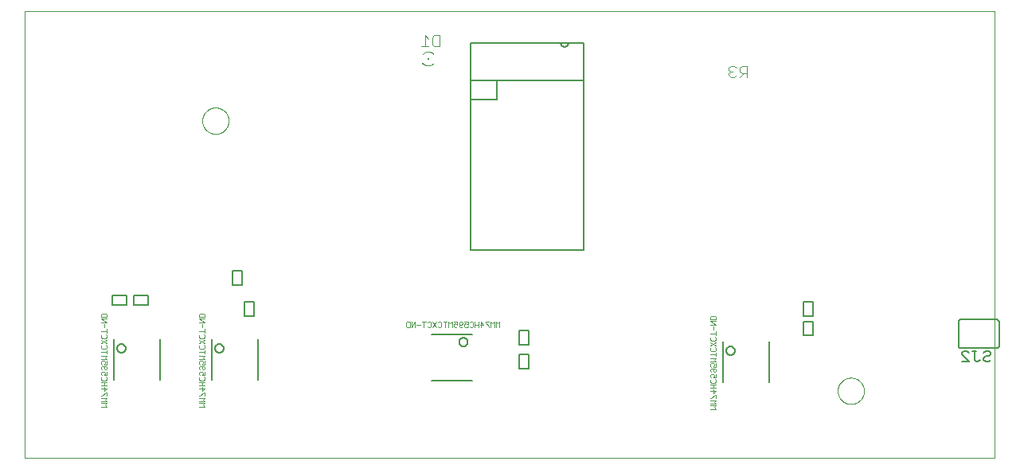
<source format=gbo>
G75*
%MOIN*%
%OFA0B0*%
%FSLAX25Y25*%
%IPPOS*%
%LPD*%
%AMOC8*
5,1,8,0,0,1.08239X$1,22.5*
%
%ADD10C,0.00000*%
%ADD11C,0.00400*%
%ADD12R,0.00787X0.00787*%
%ADD13R,0.00591X0.00984*%
%ADD14C,0.00600*%
%ADD15C,0.00200*%
%ADD16C,0.00500*%
D10*
X0001800Y0001100D02*
X0001800Y0188061D01*
X0407901Y0188061D01*
X0407961Y0188101D02*
X0408039Y0001000D01*
X0408001Y0001000D02*
X0001800Y0001100D01*
X0076288Y0142100D02*
X0076290Y0142248D01*
X0076296Y0142396D01*
X0076306Y0142544D01*
X0076320Y0142691D01*
X0076338Y0142838D01*
X0076359Y0142984D01*
X0076385Y0143130D01*
X0076415Y0143275D01*
X0076448Y0143419D01*
X0076486Y0143562D01*
X0076527Y0143704D01*
X0076572Y0143845D01*
X0076620Y0143985D01*
X0076673Y0144124D01*
X0076729Y0144261D01*
X0076789Y0144396D01*
X0076852Y0144530D01*
X0076919Y0144662D01*
X0076990Y0144792D01*
X0077064Y0144920D01*
X0077141Y0145046D01*
X0077222Y0145170D01*
X0077306Y0145292D01*
X0077393Y0145411D01*
X0077484Y0145528D01*
X0077578Y0145643D01*
X0077674Y0145755D01*
X0077774Y0145865D01*
X0077876Y0145971D01*
X0077982Y0146075D01*
X0078090Y0146176D01*
X0078201Y0146274D01*
X0078314Y0146370D01*
X0078430Y0146462D01*
X0078548Y0146551D01*
X0078669Y0146636D01*
X0078792Y0146719D01*
X0078917Y0146798D01*
X0079044Y0146874D01*
X0079173Y0146946D01*
X0079304Y0147015D01*
X0079437Y0147080D01*
X0079572Y0147141D01*
X0079708Y0147199D01*
X0079845Y0147254D01*
X0079984Y0147304D01*
X0080125Y0147351D01*
X0080266Y0147394D01*
X0080409Y0147434D01*
X0080553Y0147469D01*
X0080697Y0147501D01*
X0080843Y0147528D01*
X0080989Y0147552D01*
X0081136Y0147572D01*
X0081283Y0147588D01*
X0081430Y0147600D01*
X0081578Y0147608D01*
X0081726Y0147612D01*
X0081874Y0147612D01*
X0082022Y0147608D01*
X0082170Y0147600D01*
X0082317Y0147588D01*
X0082464Y0147572D01*
X0082611Y0147552D01*
X0082757Y0147528D01*
X0082903Y0147501D01*
X0083047Y0147469D01*
X0083191Y0147434D01*
X0083334Y0147394D01*
X0083475Y0147351D01*
X0083616Y0147304D01*
X0083755Y0147254D01*
X0083892Y0147199D01*
X0084028Y0147141D01*
X0084163Y0147080D01*
X0084296Y0147015D01*
X0084427Y0146946D01*
X0084556Y0146874D01*
X0084683Y0146798D01*
X0084808Y0146719D01*
X0084931Y0146636D01*
X0085052Y0146551D01*
X0085170Y0146462D01*
X0085286Y0146370D01*
X0085399Y0146274D01*
X0085510Y0146176D01*
X0085618Y0146075D01*
X0085724Y0145971D01*
X0085826Y0145865D01*
X0085926Y0145755D01*
X0086022Y0145643D01*
X0086116Y0145528D01*
X0086207Y0145411D01*
X0086294Y0145292D01*
X0086378Y0145170D01*
X0086459Y0145046D01*
X0086536Y0144920D01*
X0086610Y0144792D01*
X0086681Y0144662D01*
X0086748Y0144530D01*
X0086811Y0144396D01*
X0086871Y0144261D01*
X0086927Y0144124D01*
X0086980Y0143985D01*
X0087028Y0143845D01*
X0087073Y0143704D01*
X0087114Y0143562D01*
X0087152Y0143419D01*
X0087185Y0143275D01*
X0087215Y0143130D01*
X0087241Y0142984D01*
X0087262Y0142838D01*
X0087280Y0142691D01*
X0087294Y0142544D01*
X0087304Y0142396D01*
X0087310Y0142248D01*
X0087312Y0142100D01*
X0087310Y0141952D01*
X0087304Y0141804D01*
X0087294Y0141656D01*
X0087280Y0141509D01*
X0087262Y0141362D01*
X0087241Y0141216D01*
X0087215Y0141070D01*
X0087185Y0140925D01*
X0087152Y0140781D01*
X0087114Y0140638D01*
X0087073Y0140496D01*
X0087028Y0140355D01*
X0086980Y0140215D01*
X0086927Y0140076D01*
X0086871Y0139939D01*
X0086811Y0139804D01*
X0086748Y0139670D01*
X0086681Y0139538D01*
X0086610Y0139408D01*
X0086536Y0139280D01*
X0086459Y0139154D01*
X0086378Y0139030D01*
X0086294Y0138908D01*
X0086207Y0138789D01*
X0086116Y0138672D01*
X0086022Y0138557D01*
X0085926Y0138445D01*
X0085826Y0138335D01*
X0085724Y0138229D01*
X0085618Y0138125D01*
X0085510Y0138024D01*
X0085399Y0137926D01*
X0085286Y0137830D01*
X0085170Y0137738D01*
X0085052Y0137649D01*
X0084931Y0137564D01*
X0084808Y0137481D01*
X0084683Y0137402D01*
X0084556Y0137326D01*
X0084427Y0137254D01*
X0084296Y0137185D01*
X0084163Y0137120D01*
X0084028Y0137059D01*
X0083892Y0137001D01*
X0083755Y0136946D01*
X0083616Y0136896D01*
X0083475Y0136849D01*
X0083334Y0136806D01*
X0083191Y0136766D01*
X0083047Y0136731D01*
X0082903Y0136699D01*
X0082757Y0136672D01*
X0082611Y0136648D01*
X0082464Y0136628D01*
X0082317Y0136612D01*
X0082170Y0136600D01*
X0082022Y0136592D01*
X0081874Y0136588D01*
X0081726Y0136588D01*
X0081578Y0136592D01*
X0081430Y0136600D01*
X0081283Y0136612D01*
X0081136Y0136628D01*
X0080989Y0136648D01*
X0080843Y0136672D01*
X0080697Y0136699D01*
X0080553Y0136731D01*
X0080409Y0136766D01*
X0080266Y0136806D01*
X0080125Y0136849D01*
X0079984Y0136896D01*
X0079845Y0136946D01*
X0079708Y0137001D01*
X0079572Y0137059D01*
X0079437Y0137120D01*
X0079304Y0137185D01*
X0079173Y0137254D01*
X0079044Y0137326D01*
X0078917Y0137402D01*
X0078792Y0137481D01*
X0078669Y0137564D01*
X0078548Y0137649D01*
X0078430Y0137738D01*
X0078314Y0137830D01*
X0078201Y0137926D01*
X0078090Y0138024D01*
X0077982Y0138125D01*
X0077876Y0138229D01*
X0077774Y0138335D01*
X0077674Y0138445D01*
X0077578Y0138557D01*
X0077484Y0138672D01*
X0077393Y0138789D01*
X0077306Y0138908D01*
X0077222Y0139030D01*
X0077141Y0139154D01*
X0077064Y0139280D01*
X0076990Y0139408D01*
X0076919Y0139538D01*
X0076852Y0139670D01*
X0076789Y0139804D01*
X0076729Y0139939D01*
X0076673Y0140076D01*
X0076620Y0140215D01*
X0076572Y0140355D01*
X0076527Y0140496D01*
X0076486Y0140638D01*
X0076448Y0140781D01*
X0076415Y0140925D01*
X0076385Y0141070D01*
X0076359Y0141216D01*
X0076338Y0141362D01*
X0076320Y0141509D01*
X0076306Y0141656D01*
X0076296Y0141804D01*
X0076290Y0141952D01*
X0076288Y0142100D01*
X0342288Y0029000D02*
X0342290Y0029148D01*
X0342296Y0029296D01*
X0342306Y0029444D01*
X0342320Y0029591D01*
X0342338Y0029738D01*
X0342359Y0029884D01*
X0342385Y0030030D01*
X0342415Y0030175D01*
X0342448Y0030319D01*
X0342486Y0030462D01*
X0342527Y0030604D01*
X0342572Y0030745D01*
X0342620Y0030885D01*
X0342673Y0031024D01*
X0342729Y0031161D01*
X0342789Y0031296D01*
X0342852Y0031430D01*
X0342919Y0031562D01*
X0342990Y0031692D01*
X0343064Y0031820D01*
X0343141Y0031946D01*
X0343222Y0032070D01*
X0343306Y0032192D01*
X0343393Y0032311D01*
X0343484Y0032428D01*
X0343578Y0032543D01*
X0343674Y0032655D01*
X0343774Y0032765D01*
X0343876Y0032871D01*
X0343982Y0032975D01*
X0344090Y0033076D01*
X0344201Y0033174D01*
X0344314Y0033270D01*
X0344430Y0033362D01*
X0344548Y0033451D01*
X0344669Y0033536D01*
X0344792Y0033619D01*
X0344917Y0033698D01*
X0345044Y0033774D01*
X0345173Y0033846D01*
X0345304Y0033915D01*
X0345437Y0033980D01*
X0345572Y0034041D01*
X0345708Y0034099D01*
X0345845Y0034154D01*
X0345984Y0034204D01*
X0346125Y0034251D01*
X0346266Y0034294D01*
X0346409Y0034334D01*
X0346553Y0034369D01*
X0346697Y0034401D01*
X0346843Y0034428D01*
X0346989Y0034452D01*
X0347136Y0034472D01*
X0347283Y0034488D01*
X0347430Y0034500D01*
X0347578Y0034508D01*
X0347726Y0034512D01*
X0347874Y0034512D01*
X0348022Y0034508D01*
X0348170Y0034500D01*
X0348317Y0034488D01*
X0348464Y0034472D01*
X0348611Y0034452D01*
X0348757Y0034428D01*
X0348903Y0034401D01*
X0349047Y0034369D01*
X0349191Y0034334D01*
X0349334Y0034294D01*
X0349475Y0034251D01*
X0349616Y0034204D01*
X0349755Y0034154D01*
X0349892Y0034099D01*
X0350028Y0034041D01*
X0350163Y0033980D01*
X0350296Y0033915D01*
X0350427Y0033846D01*
X0350556Y0033774D01*
X0350683Y0033698D01*
X0350808Y0033619D01*
X0350931Y0033536D01*
X0351052Y0033451D01*
X0351170Y0033362D01*
X0351286Y0033270D01*
X0351399Y0033174D01*
X0351510Y0033076D01*
X0351618Y0032975D01*
X0351724Y0032871D01*
X0351826Y0032765D01*
X0351926Y0032655D01*
X0352022Y0032543D01*
X0352116Y0032428D01*
X0352207Y0032311D01*
X0352294Y0032192D01*
X0352378Y0032070D01*
X0352459Y0031946D01*
X0352536Y0031820D01*
X0352610Y0031692D01*
X0352681Y0031562D01*
X0352748Y0031430D01*
X0352811Y0031296D01*
X0352871Y0031161D01*
X0352927Y0031024D01*
X0352980Y0030885D01*
X0353028Y0030745D01*
X0353073Y0030604D01*
X0353114Y0030462D01*
X0353152Y0030319D01*
X0353185Y0030175D01*
X0353215Y0030030D01*
X0353241Y0029884D01*
X0353262Y0029738D01*
X0353280Y0029591D01*
X0353294Y0029444D01*
X0353304Y0029296D01*
X0353310Y0029148D01*
X0353312Y0029000D01*
X0353310Y0028852D01*
X0353304Y0028704D01*
X0353294Y0028556D01*
X0353280Y0028409D01*
X0353262Y0028262D01*
X0353241Y0028116D01*
X0353215Y0027970D01*
X0353185Y0027825D01*
X0353152Y0027681D01*
X0353114Y0027538D01*
X0353073Y0027396D01*
X0353028Y0027255D01*
X0352980Y0027115D01*
X0352927Y0026976D01*
X0352871Y0026839D01*
X0352811Y0026704D01*
X0352748Y0026570D01*
X0352681Y0026438D01*
X0352610Y0026308D01*
X0352536Y0026180D01*
X0352459Y0026054D01*
X0352378Y0025930D01*
X0352294Y0025808D01*
X0352207Y0025689D01*
X0352116Y0025572D01*
X0352022Y0025457D01*
X0351926Y0025345D01*
X0351826Y0025235D01*
X0351724Y0025129D01*
X0351618Y0025025D01*
X0351510Y0024924D01*
X0351399Y0024826D01*
X0351286Y0024730D01*
X0351170Y0024638D01*
X0351052Y0024549D01*
X0350931Y0024464D01*
X0350808Y0024381D01*
X0350683Y0024302D01*
X0350556Y0024226D01*
X0350427Y0024154D01*
X0350296Y0024085D01*
X0350163Y0024020D01*
X0350028Y0023959D01*
X0349892Y0023901D01*
X0349755Y0023846D01*
X0349616Y0023796D01*
X0349475Y0023749D01*
X0349334Y0023706D01*
X0349191Y0023666D01*
X0349047Y0023631D01*
X0348903Y0023599D01*
X0348757Y0023572D01*
X0348611Y0023548D01*
X0348464Y0023528D01*
X0348317Y0023512D01*
X0348170Y0023500D01*
X0348022Y0023492D01*
X0347874Y0023488D01*
X0347726Y0023488D01*
X0347578Y0023492D01*
X0347430Y0023500D01*
X0347283Y0023512D01*
X0347136Y0023528D01*
X0346989Y0023548D01*
X0346843Y0023572D01*
X0346697Y0023599D01*
X0346553Y0023631D01*
X0346409Y0023666D01*
X0346266Y0023706D01*
X0346125Y0023749D01*
X0345984Y0023796D01*
X0345845Y0023846D01*
X0345708Y0023901D01*
X0345572Y0023959D01*
X0345437Y0024020D01*
X0345304Y0024085D01*
X0345173Y0024154D01*
X0345044Y0024226D01*
X0344917Y0024302D01*
X0344792Y0024381D01*
X0344669Y0024464D01*
X0344548Y0024549D01*
X0344430Y0024638D01*
X0344314Y0024730D01*
X0344201Y0024826D01*
X0344090Y0024924D01*
X0343982Y0025025D01*
X0343876Y0025129D01*
X0343774Y0025235D01*
X0343674Y0025345D01*
X0343578Y0025457D01*
X0343484Y0025572D01*
X0343393Y0025689D01*
X0343306Y0025808D01*
X0343222Y0025930D01*
X0343141Y0026054D01*
X0343064Y0026180D01*
X0342990Y0026308D01*
X0342919Y0026438D01*
X0342852Y0026570D01*
X0342789Y0026704D01*
X0342729Y0026839D01*
X0342673Y0026976D01*
X0342620Y0027115D01*
X0342572Y0027255D01*
X0342527Y0027396D01*
X0342486Y0027538D01*
X0342448Y0027681D01*
X0342415Y0027825D01*
X0342385Y0027970D01*
X0342359Y0028116D01*
X0342338Y0028262D01*
X0342320Y0028409D01*
X0342306Y0028556D01*
X0342296Y0028704D01*
X0342290Y0028852D01*
X0342288Y0029000D01*
D11*
X0304408Y0160400D02*
X0304408Y0165004D01*
X0302106Y0165004D01*
X0301339Y0164237D01*
X0301339Y0162702D01*
X0302106Y0161935D01*
X0304408Y0161935D01*
X0302873Y0161935D02*
X0301339Y0160400D01*
X0299804Y0161167D02*
X0299037Y0160400D01*
X0297502Y0160400D01*
X0296735Y0161167D01*
X0296735Y0161935D01*
X0297502Y0162702D01*
X0298269Y0162702D01*
X0297502Y0162702D02*
X0296735Y0163469D01*
X0296735Y0164237D01*
X0297502Y0165004D01*
X0299037Y0165004D01*
X0299804Y0164237D01*
X0175600Y0173300D02*
X0173298Y0173300D01*
X0172531Y0174067D01*
X0172531Y0177137D01*
X0173298Y0177904D01*
X0175600Y0177904D01*
X0175600Y0173300D01*
X0170996Y0173300D02*
X0167927Y0173300D01*
X0169461Y0173300D02*
X0169461Y0177904D01*
X0170996Y0176369D01*
X0172965Y0170068D02*
X0172892Y0170145D01*
X0172817Y0170220D01*
X0172739Y0170291D01*
X0172658Y0170360D01*
X0172575Y0170426D01*
X0172490Y0170489D01*
X0172402Y0170548D01*
X0172313Y0170605D01*
X0172221Y0170658D01*
X0172127Y0170708D01*
X0172032Y0170754D01*
X0171935Y0170797D01*
X0171837Y0170836D01*
X0171737Y0170872D01*
X0171636Y0170904D01*
X0171534Y0170932D01*
X0171431Y0170957D01*
X0171327Y0170978D01*
X0171222Y0170995D01*
X0171117Y0171009D01*
X0171012Y0171018D01*
X0170906Y0171024D01*
X0170800Y0171026D01*
X0170694Y0171024D01*
X0170588Y0171018D01*
X0170483Y0171009D01*
X0170378Y0170995D01*
X0170273Y0170978D01*
X0170169Y0170957D01*
X0170066Y0170932D01*
X0169964Y0170904D01*
X0169863Y0170872D01*
X0169763Y0170836D01*
X0169665Y0170797D01*
X0169568Y0170754D01*
X0169473Y0170708D01*
X0169379Y0170658D01*
X0169287Y0170605D01*
X0169198Y0170548D01*
X0169110Y0170489D01*
X0169025Y0170426D01*
X0168942Y0170360D01*
X0168861Y0170291D01*
X0168783Y0170220D01*
X0168708Y0170145D01*
X0168635Y0170068D01*
X0168635Y0166132D02*
X0168708Y0166055D01*
X0168783Y0165980D01*
X0168861Y0165909D01*
X0168942Y0165840D01*
X0169025Y0165774D01*
X0169110Y0165711D01*
X0169198Y0165652D01*
X0169287Y0165595D01*
X0169379Y0165542D01*
X0169473Y0165492D01*
X0169568Y0165446D01*
X0169665Y0165403D01*
X0169763Y0165364D01*
X0169863Y0165328D01*
X0169964Y0165296D01*
X0170066Y0165268D01*
X0170169Y0165243D01*
X0170273Y0165222D01*
X0170378Y0165205D01*
X0170483Y0165191D01*
X0170588Y0165182D01*
X0170694Y0165176D01*
X0170800Y0165174D01*
X0170906Y0165176D01*
X0171012Y0165182D01*
X0171117Y0165191D01*
X0171222Y0165205D01*
X0171327Y0165222D01*
X0171431Y0165243D01*
X0171534Y0165268D01*
X0171636Y0165296D01*
X0171737Y0165328D01*
X0171837Y0165364D01*
X0171935Y0165403D01*
X0172032Y0165446D01*
X0172127Y0165492D01*
X0172221Y0165542D01*
X0172313Y0165595D01*
X0172402Y0165652D01*
X0172490Y0165711D01*
X0172575Y0165774D01*
X0172658Y0165840D01*
X0172739Y0165909D01*
X0172817Y0165980D01*
X0172892Y0166055D01*
X0172965Y0166132D01*
D12*
X0170800Y0168100D03*
D13*
X0168733Y0165836D03*
D14*
X0393800Y0059000D02*
X0408800Y0059000D01*
X0408860Y0058998D01*
X0408921Y0058993D01*
X0408980Y0058984D01*
X0409039Y0058971D01*
X0409098Y0058955D01*
X0409155Y0058935D01*
X0409210Y0058912D01*
X0409265Y0058885D01*
X0409317Y0058856D01*
X0409368Y0058823D01*
X0409417Y0058787D01*
X0409463Y0058749D01*
X0409507Y0058707D01*
X0409549Y0058663D01*
X0409587Y0058617D01*
X0409623Y0058568D01*
X0409656Y0058517D01*
X0409685Y0058465D01*
X0409712Y0058410D01*
X0409735Y0058355D01*
X0409755Y0058298D01*
X0409771Y0058239D01*
X0409784Y0058180D01*
X0409793Y0058121D01*
X0409798Y0058060D01*
X0409800Y0058000D01*
X0409800Y0048000D01*
X0409798Y0047940D01*
X0409793Y0047879D01*
X0409784Y0047820D01*
X0409771Y0047761D01*
X0409755Y0047702D01*
X0409735Y0047645D01*
X0409712Y0047590D01*
X0409685Y0047535D01*
X0409656Y0047483D01*
X0409623Y0047432D01*
X0409587Y0047383D01*
X0409549Y0047337D01*
X0409507Y0047293D01*
X0409463Y0047251D01*
X0409417Y0047213D01*
X0409368Y0047177D01*
X0409317Y0047144D01*
X0409265Y0047115D01*
X0409210Y0047088D01*
X0409155Y0047065D01*
X0409098Y0047045D01*
X0409039Y0047029D01*
X0408980Y0047016D01*
X0408921Y0047007D01*
X0408860Y0047002D01*
X0408800Y0047000D01*
X0393800Y0047000D01*
X0393740Y0047002D01*
X0393679Y0047007D01*
X0393620Y0047016D01*
X0393561Y0047029D01*
X0393502Y0047045D01*
X0393445Y0047065D01*
X0393390Y0047088D01*
X0393335Y0047115D01*
X0393283Y0047144D01*
X0393232Y0047177D01*
X0393183Y0047213D01*
X0393137Y0047251D01*
X0393093Y0047293D01*
X0393051Y0047337D01*
X0393013Y0047383D01*
X0392977Y0047432D01*
X0392944Y0047483D01*
X0392915Y0047535D01*
X0392888Y0047590D01*
X0392865Y0047645D01*
X0392845Y0047702D01*
X0392829Y0047761D01*
X0392816Y0047820D01*
X0392807Y0047879D01*
X0392802Y0047940D01*
X0392800Y0048000D01*
X0392800Y0058000D01*
X0392802Y0058060D01*
X0392807Y0058121D01*
X0392816Y0058180D01*
X0392829Y0058239D01*
X0392845Y0058298D01*
X0392865Y0058355D01*
X0392888Y0058410D01*
X0392915Y0058465D01*
X0392944Y0058517D01*
X0392977Y0058568D01*
X0393013Y0058617D01*
X0393051Y0058663D01*
X0393093Y0058707D01*
X0393137Y0058749D01*
X0393183Y0058787D01*
X0393232Y0058823D01*
X0393283Y0058856D01*
X0393335Y0058885D01*
X0393390Y0058912D01*
X0393445Y0058935D01*
X0393502Y0058955D01*
X0393561Y0058971D01*
X0393620Y0058984D01*
X0393679Y0058993D01*
X0393740Y0058998D01*
X0393800Y0059000D01*
X0313602Y0049694D02*
X0313602Y0032605D01*
X0294097Y0032605D02*
X0294097Y0049694D01*
X0295600Y0045900D02*
X0295602Y0045984D01*
X0295608Y0046069D01*
X0295618Y0046152D01*
X0295632Y0046236D01*
X0295649Y0046318D01*
X0295671Y0046400D01*
X0295696Y0046480D01*
X0295725Y0046559D01*
X0295758Y0046637D01*
X0295794Y0046713D01*
X0295834Y0046788D01*
X0295878Y0046860D01*
X0295924Y0046931D01*
X0295974Y0046999D01*
X0296027Y0047064D01*
X0296083Y0047127D01*
X0296142Y0047188D01*
X0296204Y0047245D01*
X0296268Y0047300D01*
X0296335Y0047351D01*
X0296404Y0047400D01*
X0296476Y0047445D01*
X0296549Y0047486D01*
X0296624Y0047524D01*
X0296701Y0047559D01*
X0296780Y0047590D01*
X0296860Y0047617D01*
X0296941Y0047640D01*
X0297023Y0047660D01*
X0297106Y0047676D01*
X0297189Y0047688D01*
X0297274Y0047696D01*
X0297358Y0047700D01*
X0297442Y0047700D01*
X0297526Y0047696D01*
X0297611Y0047688D01*
X0297694Y0047676D01*
X0297777Y0047660D01*
X0297859Y0047640D01*
X0297940Y0047617D01*
X0298020Y0047590D01*
X0298099Y0047559D01*
X0298176Y0047524D01*
X0298251Y0047486D01*
X0298324Y0047445D01*
X0298396Y0047400D01*
X0298465Y0047351D01*
X0298532Y0047300D01*
X0298596Y0047245D01*
X0298658Y0047188D01*
X0298717Y0047127D01*
X0298773Y0047064D01*
X0298826Y0046999D01*
X0298876Y0046931D01*
X0298922Y0046860D01*
X0298966Y0046788D01*
X0299006Y0046713D01*
X0299042Y0046637D01*
X0299075Y0046559D01*
X0299104Y0046480D01*
X0299129Y0046400D01*
X0299151Y0046318D01*
X0299168Y0046236D01*
X0299182Y0046152D01*
X0299192Y0046069D01*
X0299198Y0045984D01*
X0299200Y0045900D01*
X0299198Y0045816D01*
X0299192Y0045731D01*
X0299182Y0045648D01*
X0299168Y0045564D01*
X0299151Y0045482D01*
X0299129Y0045400D01*
X0299104Y0045320D01*
X0299075Y0045241D01*
X0299042Y0045163D01*
X0299006Y0045087D01*
X0298966Y0045012D01*
X0298922Y0044940D01*
X0298876Y0044869D01*
X0298826Y0044801D01*
X0298773Y0044736D01*
X0298717Y0044673D01*
X0298658Y0044612D01*
X0298596Y0044555D01*
X0298532Y0044500D01*
X0298465Y0044449D01*
X0298396Y0044400D01*
X0298324Y0044355D01*
X0298251Y0044314D01*
X0298176Y0044276D01*
X0298099Y0044241D01*
X0298020Y0044210D01*
X0297940Y0044183D01*
X0297859Y0044160D01*
X0297777Y0044140D01*
X0297694Y0044124D01*
X0297611Y0044112D01*
X0297526Y0044104D01*
X0297442Y0044100D01*
X0297358Y0044100D01*
X0297274Y0044104D01*
X0297189Y0044112D01*
X0297106Y0044124D01*
X0297023Y0044140D01*
X0296941Y0044160D01*
X0296860Y0044183D01*
X0296780Y0044210D01*
X0296701Y0044241D01*
X0296624Y0044276D01*
X0296549Y0044314D01*
X0296476Y0044355D01*
X0296404Y0044400D01*
X0296335Y0044449D01*
X0296268Y0044500D01*
X0296204Y0044555D01*
X0296142Y0044612D01*
X0296083Y0044673D01*
X0296027Y0044736D01*
X0295974Y0044801D01*
X0295924Y0044869D01*
X0295878Y0044940D01*
X0295834Y0045012D01*
X0295794Y0045087D01*
X0295758Y0045163D01*
X0295725Y0045241D01*
X0295696Y0045320D01*
X0295671Y0045400D01*
X0295649Y0045482D01*
X0295632Y0045564D01*
X0295618Y0045648D01*
X0295608Y0045731D01*
X0295602Y0045816D01*
X0295600Y0045900D01*
X0189394Y0052803D02*
X0172305Y0052803D01*
X0183800Y0049500D02*
X0183802Y0049584D01*
X0183808Y0049669D01*
X0183818Y0049752D01*
X0183832Y0049836D01*
X0183849Y0049918D01*
X0183871Y0050000D01*
X0183896Y0050080D01*
X0183925Y0050159D01*
X0183958Y0050237D01*
X0183994Y0050313D01*
X0184034Y0050388D01*
X0184078Y0050460D01*
X0184124Y0050531D01*
X0184174Y0050599D01*
X0184227Y0050664D01*
X0184283Y0050727D01*
X0184342Y0050788D01*
X0184404Y0050845D01*
X0184468Y0050900D01*
X0184535Y0050951D01*
X0184604Y0051000D01*
X0184676Y0051045D01*
X0184749Y0051086D01*
X0184824Y0051124D01*
X0184901Y0051159D01*
X0184980Y0051190D01*
X0185060Y0051217D01*
X0185141Y0051240D01*
X0185223Y0051260D01*
X0185306Y0051276D01*
X0185389Y0051288D01*
X0185474Y0051296D01*
X0185558Y0051300D01*
X0185642Y0051300D01*
X0185726Y0051296D01*
X0185811Y0051288D01*
X0185894Y0051276D01*
X0185977Y0051260D01*
X0186059Y0051240D01*
X0186140Y0051217D01*
X0186220Y0051190D01*
X0186299Y0051159D01*
X0186376Y0051124D01*
X0186451Y0051086D01*
X0186524Y0051045D01*
X0186596Y0051000D01*
X0186665Y0050951D01*
X0186732Y0050900D01*
X0186796Y0050845D01*
X0186858Y0050788D01*
X0186917Y0050727D01*
X0186973Y0050664D01*
X0187026Y0050599D01*
X0187076Y0050531D01*
X0187122Y0050460D01*
X0187166Y0050388D01*
X0187206Y0050313D01*
X0187242Y0050237D01*
X0187275Y0050159D01*
X0187304Y0050080D01*
X0187329Y0050000D01*
X0187351Y0049918D01*
X0187368Y0049836D01*
X0187382Y0049752D01*
X0187392Y0049669D01*
X0187398Y0049584D01*
X0187400Y0049500D01*
X0187398Y0049416D01*
X0187392Y0049331D01*
X0187382Y0049248D01*
X0187368Y0049164D01*
X0187351Y0049082D01*
X0187329Y0049000D01*
X0187304Y0048920D01*
X0187275Y0048841D01*
X0187242Y0048763D01*
X0187206Y0048687D01*
X0187166Y0048612D01*
X0187122Y0048540D01*
X0187076Y0048469D01*
X0187026Y0048401D01*
X0186973Y0048336D01*
X0186917Y0048273D01*
X0186858Y0048212D01*
X0186796Y0048155D01*
X0186732Y0048100D01*
X0186665Y0048049D01*
X0186596Y0048000D01*
X0186524Y0047955D01*
X0186451Y0047914D01*
X0186376Y0047876D01*
X0186299Y0047841D01*
X0186220Y0047810D01*
X0186140Y0047783D01*
X0186059Y0047760D01*
X0185977Y0047740D01*
X0185894Y0047724D01*
X0185811Y0047712D01*
X0185726Y0047704D01*
X0185642Y0047700D01*
X0185558Y0047700D01*
X0185474Y0047704D01*
X0185389Y0047712D01*
X0185306Y0047724D01*
X0185223Y0047740D01*
X0185141Y0047760D01*
X0185060Y0047783D01*
X0184980Y0047810D01*
X0184901Y0047841D01*
X0184824Y0047876D01*
X0184749Y0047914D01*
X0184676Y0047955D01*
X0184604Y0048000D01*
X0184535Y0048049D01*
X0184468Y0048100D01*
X0184404Y0048155D01*
X0184342Y0048212D01*
X0184283Y0048273D01*
X0184227Y0048336D01*
X0184174Y0048401D01*
X0184124Y0048469D01*
X0184078Y0048540D01*
X0184034Y0048612D01*
X0183994Y0048687D01*
X0183958Y0048763D01*
X0183925Y0048841D01*
X0183896Y0048920D01*
X0183871Y0049000D01*
X0183849Y0049082D01*
X0183832Y0049164D01*
X0183818Y0049248D01*
X0183808Y0049331D01*
X0183802Y0049416D01*
X0183800Y0049500D01*
X0189394Y0033298D02*
X0172305Y0033298D01*
X0099602Y0033605D02*
X0099602Y0050694D01*
X0081600Y0046900D02*
X0081602Y0046984D01*
X0081608Y0047069D01*
X0081618Y0047152D01*
X0081632Y0047236D01*
X0081649Y0047318D01*
X0081671Y0047400D01*
X0081696Y0047480D01*
X0081725Y0047559D01*
X0081758Y0047637D01*
X0081794Y0047713D01*
X0081834Y0047788D01*
X0081878Y0047860D01*
X0081924Y0047931D01*
X0081974Y0047999D01*
X0082027Y0048064D01*
X0082083Y0048127D01*
X0082142Y0048188D01*
X0082204Y0048245D01*
X0082268Y0048300D01*
X0082335Y0048351D01*
X0082404Y0048400D01*
X0082476Y0048445D01*
X0082549Y0048486D01*
X0082624Y0048524D01*
X0082701Y0048559D01*
X0082780Y0048590D01*
X0082860Y0048617D01*
X0082941Y0048640D01*
X0083023Y0048660D01*
X0083106Y0048676D01*
X0083189Y0048688D01*
X0083274Y0048696D01*
X0083358Y0048700D01*
X0083442Y0048700D01*
X0083526Y0048696D01*
X0083611Y0048688D01*
X0083694Y0048676D01*
X0083777Y0048660D01*
X0083859Y0048640D01*
X0083940Y0048617D01*
X0084020Y0048590D01*
X0084099Y0048559D01*
X0084176Y0048524D01*
X0084251Y0048486D01*
X0084324Y0048445D01*
X0084396Y0048400D01*
X0084465Y0048351D01*
X0084532Y0048300D01*
X0084596Y0048245D01*
X0084658Y0048188D01*
X0084717Y0048127D01*
X0084773Y0048064D01*
X0084826Y0047999D01*
X0084876Y0047931D01*
X0084922Y0047860D01*
X0084966Y0047788D01*
X0085006Y0047713D01*
X0085042Y0047637D01*
X0085075Y0047559D01*
X0085104Y0047480D01*
X0085129Y0047400D01*
X0085151Y0047318D01*
X0085168Y0047236D01*
X0085182Y0047152D01*
X0085192Y0047069D01*
X0085198Y0046984D01*
X0085200Y0046900D01*
X0085198Y0046816D01*
X0085192Y0046731D01*
X0085182Y0046648D01*
X0085168Y0046564D01*
X0085151Y0046482D01*
X0085129Y0046400D01*
X0085104Y0046320D01*
X0085075Y0046241D01*
X0085042Y0046163D01*
X0085006Y0046087D01*
X0084966Y0046012D01*
X0084922Y0045940D01*
X0084876Y0045869D01*
X0084826Y0045801D01*
X0084773Y0045736D01*
X0084717Y0045673D01*
X0084658Y0045612D01*
X0084596Y0045555D01*
X0084532Y0045500D01*
X0084465Y0045449D01*
X0084396Y0045400D01*
X0084324Y0045355D01*
X0084251Y0045314D01*
X0084176Y0045276D01*
X0084099Y0045241D01*
X0084020Y0045210D01*
X0083940Y0045183D01*
X0083859Y0045160D01*
X0083777Y0045140D01*
X0083694Y0045124D01*
X0083611Y0045112D01*
X0083526Y0045104D01*
X0083442Y0045100D01*
X0083358Y0045100D01*
X0083274Y0045104D01*
X0083189Y0045112D01*
X0083106Y0045124D01*
X0083023Y0045140D01*
X0082941Y0045160D01*
X0082860Y0045183D01*
X0082780Y0045210D01*
X0082701Y0045241D01*
X0082624Y0045276D01*
X0082549Y0045314D01*
X0082476Y0045355D01*
X0082404Y0045400D01*
X0082335Y0045449D01*
X0082268Y0045500D01*
X0082204Y0045555D01*
X0082142Y0045612D01*
X0082083Y0045673D01*
X0082027Y0045736D01*
X0081974Y0045801D01*
X0081924Y0045869D01*
X0081878Y0045940D01*
X0081834Y0046012D01*
X0081794Y0046087D01*
X0081758Y0046163D01*
X0081725Y0046241D01*
X0081696Y0046320D01*
X0081671Y0046400D01*
X0081649Y0046482D01*
X0081632Y0046564D01*
X0081618Y0046648D01*
X0081608Y0046731D01*
X0081602Y0046816D01*
X0081600Y0046900D01*
X0080097Y0050694D02*
X0080097Y0033605D01*
X0058602Y0033605D02*
X0058602Y0050694D01*
X0040600Y0046900D02*
X0040602Y0046984D01*
X0040608Y0047069D01*
X0040618Y0047152D01*
X0040632Y0047236D01*
X0040649Y0047318D01*
X0040671Y0047400D01*
X0040696Y0047480D01*
X0040725Y0047559D01*
X0040758Y0047637D01*
X0040794Y0047713D01*
X0040834Y0047788D01*
X0040878Y0047860D01*
X0040924Y0047931D01*
X0040974Y0047999D01*
X0041027Y0048064D01*
X0041083Y0048127D01*
X0041142Y0048188D01*
X0041204Y0048245D01*
X0041268Y0048300D01*
X0041335Y0048351D01*
X0041404Y0048400D01*
X0041476Y0048445D01*
X0041549Y0048486D01*
X0041624Y0048524D01*
X0041701Y0048559D01*
X0041780Y0048590D01*
X0041860Y0048617D01*
X0041941Y0048640D01*
X0042023Y0048660D01*
X0042106Y0048676D01*
X0042189Y0048688D01*
X0042274Y0048696D01*
X0042358Y0048700D01*
X0042442Y0048700D01*
X0042526Y0048696D01*
X0042611Y0048688D01*
X0042694Y0048676D01*
X0042777Y0048660D01*
X0042859Y0048640D01*
X0042940Y0048617D01*
X0043020Y0048590D01*
X0043099Y0048559D01*
X0043176Y0048524D01*
X0043251Y0048486D01*
X0043324Y0048445D01*
X0043396Y0048400D01*
X0043465Y0048351D01*
X0043532Y0048300D01*
X0043596Y0048245D01*
X0043658Y0048188D01*
X0043717Y0048127D01*
X0043773Y0048064D01*
X0043826Y0047999D01*
X0043876Y0047931D01*
X0043922Y0047860D01*
X0043966Y0047788D01*
X0044006Y0047713D01*
X0044042Y0047637D01*
X0044075Y0047559D01*
X0044104Y0047480D01*
X0044129Y0047400D01*
X0044151Y0047318D01*
X0044168Y0047236D01*
X0044182Y0047152D01*
X0044192Y0047069D01*
X0044198Y0046984D01*
X0044200Y0046900D01*
X0044198Y0046816D01*
X0044192Y0046731D01*
X0044182Y0046648D01*
X0044168Y0046564D01*
X0044151Y0046482D01*
X0044129Y0046400D01*
X0044104Y0046320D01*
X0044075Y0046241D01*
X0044042Y0046163D01*
X0044006Y0046087D01*
X0043966Y0046012D01*
X0043922Y0045940D01*
X0043876Y0045869D01*
X0043826Y0045801D01*
X0043773Y0045736D01*
X0043717Y0045673D01*
X0043658Y0045612D01*
X0043596Y0045555D01*
X0043532Y0045500D01*
X0043465Y0045449D01*
X0043396Y0045400D01*
X0043324Y0045355D01*
X0043251Y0045314D01*
X0043176Y0045276D01*
X0043099Y0045241D01*
X0043020Y0045210D01*
X0042940Y0045183D01*
X0042859Y0045160D01*
X0042777Y0045140D01*
X0042694Y0045124D01*
X0042611Y0045112D01*
X0042526Y0045104D01*
X0042442Y0045100D01*
X0042358Y0045100D01*
X0042274Y0045104D01*
X0042189Y0045112D01*
X0042106Y0045124D01*
X0042023Y0045140D01*
X0041941Y0045160D01*
X0041860Y0045183D01*
X0041780Y0045210D01*
X0041701Y0045241D01*
X0041624Y0045276D01*
X0041549Y0045314D01*
X0041476Y0045355D01*
X0041404Y0045400D01*
X0041335Y0045449D01*
X0041268Y0045500D01*
X0041204Y0045555D01*
X0041142Y0045612D01*
X0041083Y0045673D01*
X0041027Y0045736D01*
X0040974Y0045801D01*
X0040924Y0045869D01*
X0040878Y0045940D01*
X0040834Y0046012D01*
X0040794Y0046087D01*
X0040758Y0046163D01*
X0040725Y0046241D01*
X0040696Y0046320D01*
X0040671Y0046400D01*
X0040649Y0046482D01*
X0040632Y0046564D01*
X0040618Y0046648D01*
X0040608Y0046731D01*
X0040602Y0046816D01*
X0040600Y0046900D01*
X0039097Y0050694D02*
X0039097Y0033605D01*
D15*
X0036202Y0033838D02*
X0036202Y0034572D01*
X0035835Y0034939D01*
X0036202Y0035681D02*
X0035101Y0035681D01*
X0035468Y0036415D01*
X0035468Y0036782D01*
X0035101Y0037149D01*
X0034367Y0037149D01*
X0034000Y0036782D01*
X0034000Y0036048D01*
X0034367Y0035681D01*
X0034367Y0034939D02*
X0034000Y0034572D01*
X0034000Y0033838D01*
X0034367Y0033471D01*
X0035835Y0033471D01*
X0036202Y0033838D01*
X0036202Y0032729D02*
X0034000Y0032729D01*
X0035101Y0032729D02*
X0035101Y0031262D01*
X0035101Y0030520D02*
X0035101Y0029052D01*
X0036202Y0030153D01*
X0034000Y0030153D01*
X0034000Y0031262D02*
X0036202Y0031262D01*
X0036202Y0028310D02*
X0035835Y0028310D01*
X0034367Y0026842D01*
X0034000Y0026842D01*
X0034000Y0026100D02*
X0036202Y0026100D01*
X0035468Y0025366D01*
X0036202Y0024632D01*
X0034000Y0024632D01*
X0034000Y0023890D02*
X0036202Y0023890D01*
X0035468Y0023156D01*
X0036202Y0022422D01*
X0034000Y0022422D01*
X0036202Y0026842D02*
X0036202Y0028310D01*
X0036202Y0035681D02*
X0036202Y0037149D01*
X0035835Y0037891D02*
X0035468Y0037891D01*
X0035101Y0038258D01*
X0035101Y0039359D01*
X0035835Y0039359D02*
X0036202Y0038992D01*
X0036202Y0038258D01*
X0035835Y0037891D01*
X0034367Y0037891D02*
X0034000Y0038258D01*
X0034000Y0038992D01*
X0034367Y0039359D01*
X0035835Y0039359D01*
X0036202Y0040101D02*
X0035101Y0040101D01*
X0035468Y0040835D01*
X0035468Y0041202D01*
X0035101Y0041569D01*
X0034367Y0041569D01*
X0034000Y0041202D01*
X0034000Y0040468D01*
X0034367Y0040101D01*
X0036202Y0040101D02*
X0036202Y0041569D01*
X0036202Y0042311D02*
X0035468Y0043045D01*
X0036202Y0043779D01*
X0034000Y0043779D01*
X0034000Y0042311D02*
X0036202Y0042311D01*
X0036202Y0044521D02*
X0036202Y0045989D01*
X0036202Y0045255D02*
X0034000Y0045255D01*
X0034367Y0046731D02*
X0034000Y0047098D01*
X0034000Y0047832D01*
X0034367Y0048199D01*
X0034000Y0048941D02*
X0036202Y0050408D01*
X0035835Y0051150D02*
X0034367Y0051150D01*
X0034000Y0051517D01*
X0034000Y0052251D01*
X0034367Y0052618D01*
X0035835Y0052618D02*
X0036202Y0052251D01*
X0036202Y0051517D01*
X0035835Y0051150D01*
X0034000Y0050408D02*
X0036202Y0048941D01*
X0035835Y0048199D02*
X0036202Y0047832D01*
X0036202Y0047098D01*
X0035835Y0046731D01*
X0034367Y0046731D01*
X0036202Y0053360D02*
X0036202Y0054828D01*
X0036202Y0054094D02*
X0034000Y0054094D01*
X0035101Y0055570D02*
X0035101Y0057038D01*
X0036202Y0057780D02*
X0034000Y0059248D01*
X0036202Y0059248D01*
X0036202Y0059990D02*
X0036202Y0061091D01*
X0035835Y0061458D01*
X0034367Y0061458D01*
X0034000Y0061091D01*
X0034000Y0059990D01*
X0036202Y0059990D01*
X0036202Y0057780D02*
X0034000Y0057780D01*
X0075000Y0057780D02*
X0077202Y0057780D01*
X0075000Y0059248D01*
X0077202Y0059248D01*
X0077202Y0059990D02*
X0077202Y0061091D01*
X0076835Y0061458D01*
X0075367Y0061458D01*
X0075000Y0061091D01*
X0075000Y0059990D01*
X0077202Y0059990D01*
X0076101Y0057038D02*
X0076101Y0055570D01*
X0077202Y0054828D02*
X0077202Y0053360D01*
X0077202Y0054094D02*
X0075000Y0054094D01*
X0075367Y0052618D02*
X0075000Y0052251D01*
X0075000Y0051517D01*
X0075367Y0051150D01*
X0076835Y0051150D01*
X0077202Y0051517D01*
X0077202Y0052251D01*
X0076835Y0052618D01*
X0077202Y0050408D02*
X0075000Y0048941D01*
X0075367Y0048199D02*
X0075000Y0047832D01*
X0075000Y0047098D01*
X0075367Y0046731D01*
X0076835Y0046731D01*
X0077202Y0047098D01*
X0077202Y0047832D01*
X0076835Y0048199D01*
X0077202Y0048941D02*
X0075000Y0050408D01*
X0077202Y0045989D02*
X0077202Y0044521D01*
X0077202Y0045255D02*
X0075000Y0045255D01*
X0075000Y0043779D02*
X0077202Y0043779D01*
X0076468Y0043045D01*
X0077202Y0042311D01*
X0075000Y0042311D01*
X0075367Y0041569D02*
X0075000Y0041202D01*
X0075000Y0040468D01*
X0075367Y0040101D01*
X0076101Y0040101D02*
X0076468Y0040835D01*
X0076468Y0041202D01*
X0076101Y0041569D01*
X0075367Y0041569D01*
X0076101Y0040101D02*
X0077202Y0040101D01*
X0077202Y0041569D01*
X0076835Y0039359D02*
X0077202Y0038992D01*
X0077202Y0038258D01*
X0076835Y0037891D01*
X0076468Y0037891D01*
X0076101Y0038258D01*
X0076101Y0039359D01*
X0075367Y0039359D02*
X0076835Y0039359D01*
X0075367Y0039359D02*
X0075000Y0038992D01*
X0075000Y0038258D01*
X0075367Y0037891D01*
X0075367Y0037149D02*
X0075000Y0036782D01*
X0075000Y0036048D01*
X0075367Y0035681D01*
X0076101Y0035681D02*
X0076468Y0036415D01*
X0076468Y0036782D01*
X0076101Y0037149D01*
X0075367Y0037149D01*
X0076101Y0035681D02*
X0077202Y0035681D01*
X0077202Y0037149D01*
X0076835Y0034939D02*
X0077202Y0034572D01*
X0077202Y0033838D01*
X0076835Y0033471D01*
X0075367Y0033471D01*
X0075000Y0033838D01*
X0075000Y0034572D01*
X0075367Y0034939D01*
X0075000Y0032729D02*
X0077202Y0032729D01*
X0076101Y0032729D02*
X0076101Y0031262D01*
X0076101Y0030520D02*
X0076101Y0029052D01*
X0077202Y0030153D01*
X0075000Y0030153D01*
X0075000Y0031262D02*
X0077202Y0031262D01*
X0077202Y0028310D02*
X0076835Y0028310D01*
X0075367Y0026842D01*
X0075000Y0026842D01*
X0075000Y0026100D02*
X0077202Y0026100D01*
X0076468Y0025366D01*
X0077202Y0024632D01*
X0075000Y0024632D01*
X0075000Y0023890D02*
X0077202Y0023890D01*
X0076468Y0023156D01*
X0077202Y0022422D01*
X0075000Y0022422D01*
X0077202Y0026842D02*
X0077202Y0028310D01*
X0161664Y0056067D02*
X0161664Y0057535D01*
X0162031Y0057902D01*
X0163132Y0057902D01*
X0163132Y0055700D01*
X0162031Y0055700D01*
X0161664Y0056067D01*
X0163874Y0055700D02*
X0163874Y0057902D01*
X0165342Y0057902D02*
X0163874Y0055700D01*
X0165342Y0055700D02*
X0165342Y0057902D01*
X0166084Y0056801D02*
X0167552Y0056801D01*
X0168294Y0057902D02*
X0169762Y0057902D01*
X0169028Y0057902D02*
X0169028Y0055700D01*
X0170504Y0056067D02*
X0170871Y0055700D01*
X0171605Y0055700D01*
X0171972Y0056067D01*
X0171972Y0057535D01*
X0171605Y0057902D01*
X0170871Y0057902D01*
X0170504Y0057535D01*
X0172714Y0057902D02*
X0174181Y0055700D01*
X0174923Y0056067D02*
X0175290Y0055700D01*
X0176024Y0055700D01*
X0176391Y0056067D01*
X0176391Y0057535D01*
X0176024Y0057902D01*
X0175290Y0057902D01*
X0174923Y0057535D01*
X0174181Y0057902D02*
X0172714Y0055700D01*
X0177133Y0057902D02*
X0178601Y0057902D01*
X0177867Y0057902D02*
X0177867Y0055700D01*
X0179343Y0055700D02*
X0179343Y0057902D01*
X0180077Y0057168D01*
X0180811Y0057902D01*
X0180811Y0055700D01*
X0181553Y0056067D02*
X0181553Y0056801D01*
X0181920Y0057168D01*
X0182287Y0057168D01*
X0183021Y0056801D01*
X0183021Y0057902D01*
X0181553Y0057902D01*
X0181553Y0056067D02*
X0181920Y0055700D01*
X0182654Y0055700D01*
X0183021Y0056067D01*
X0183763Y0056067D02*
X0183763Y0057535D01*
X0184130Y0057902D01*
X0184864Y0057902D01*
X0185231Y0057535D01*
X0185231Y0057168D01*
X0184864Y0056801D01*
X0183763Y0056801D01*
X0183763Y0056067D02*
X0184130Y0055700D01*
X0184864Y0055700D01*
X0185231Y0056067D01*
X0185973Y0056067D02*
X0186340Y0055700D01*
X0187074Y0055700D01*
X0187441Y0056067D01*
X0187441Y0056801D02*
X0186707Y0057168D01*
X0186340Y0057168D01*
X0185973Y0056801D01*
X0185973Y0056067D01*
X0187441Y0056801D02*
X0187441Y0057902D01*
X0185973Y0057902D01*
X0188183Y0057535D02*
X0188550Y0057902D01*
X0189284Y0057902D01*
X0189651Y0057535D01*
X0189651Y0056067D01*
X0189284Y0055700D01*
X0188550Y0055700D01*
X0188183Y0056067D01*
X0190393Y0055700D02*
X0190393Y0057902D01*
X0190393Y0056801D02*
X0191860Y0056801D01*
X0192602Y0056801D02*
X0194070Y0056801D01*
X0192969Y0057902D01*
X0192969Y0055700D01*
X0191860Y0055700D02*
X0191860Y0057902D01*
X0194812Y0057902D02*
X0194812Y0057535D01*
X0196280Y0056067D01*
X0196280Y0055700D01*
X0197022Y0055700D02*
X0197022Y0057902D01*
X0197756Y0057168D01*
X0198490Y0057902D01*
X0198490Y0055700D01*
X0199232Y0055700D02*
X0199232Y0057902D01*
X0199966Y0057168D01*
X0200700Y0057902D01*
X0200700Y0055700D01*
X0196280Y0057902D02*
X0194812Y0057902D01*
X0289000Y0058248D02*
X0291202Y0058248D01*
X0291202Y0058990D02*
X0291202Y0060091D01*
X0290835Y0060458D01*
X0289367Y0060458D01*
X0289000Y0060091D01*
X0289000Y0058990D01*
X0291202Y0058990D01*
X0291202Y0056780D02*
X0289000Y0058248D01*
X0289000Y0056780D02*
X0291202Y0056780D01*
X0290101Y0056038D02*
X0290101Y0054570D01*
X0291202Y0053828D02*
X0291202Y0052360D01*
X0291202Y0053094D02*
X0289000Y0053094D01*
X0289367Y0051618D02*
X0289000Y0051251D01*
X0289000Y0050517D01*
X0289367Y0050150D01*
X0290835Y0050150D01*
X0291202Y0050517D01*
X0291202Y0051251D01*
X0290835Y0051618D01*
X0291202Y0049408D02*
X0289000Y0047941D01*
X0289367Y0047199D02*
X0289000Y0046832D01*
X0289000Y0046098D01*
X0289367Y0045731D01*
X0290835Y0045731D01*
X0291202Y0046098D01*
X0291202Y0046832D01*
X0290835Y0047199D01*
X0291202Y0047941D02*
X0289000Y0049408D01*
X0291202Y0044989D02*
X0291202Y0043521D01*
X0291202Y0044255D02*
X0289000Y0044255D01*
X0289000Y0042779D02*
X0291202Y0042779D01*
X0290468Y0042045D01*
X0291202Y0041311D01*
X0289000Y0041311D01*
X0289367Y0040569D02*
X0289000Y0040202D01*
X0289000Y0039468D01*
X0289367Y0039101D01*
X0290101Y0039101D02*
X0290468Y0039835D01*
X0290468Y0040202D01*
X0290101Y0040569D01*
X0289367Y0040569D01*
X0290101Y0039101D02*
X0291202Y0039101D01*
X0291202Y0040569D01*
X0290835Y0038359D02*
X0291202Y0037992D01*
X0291202Y0037258D01*
X0290835Y0036891D01*
X0290468Y0036891D01*
X0290101Y0037258D01*
X0290101Y0038359D01*
X0289367Y0038359D02*
X0290835Y0038359D01*
X0289367Y0038359D02*
X0289000Y0037992D01*
X0289000Y0037258D01*
X0289367Y0036891D01*
X0289367Y0036149D02*
X0289000Y0035782D01*
X0289000Y0035048D01*
X0289367Y0034681D01*
X0290101Y0034681D02*
X0290468Y0035415D01*
X0290468Y0035782D01*
X0290101Y0036149D01*
X0289367Y0036149D01*
X0290101Y0034681D02*
X0291202Y0034681D01*
X0291202Y0036149D01*
X0290835Y0033939D02*
X0291202Y0033572D01*
X0291202Y0032838D01*
X0290835Y0032471D01*
X0289367Y0032471D01*
X0289000Y0032838D01*
X0289000Y0033572D01*
X0289367Y0033939D01*
X0289000Y0031729D02*
X0291202Y0031729D01*
X0290101Y0031729D02*
X0290101Y0030262D01*
X0290101Y0029520D02*
X0290101Y0028052D01*
X0291202Y0029153D01*
X0289000Y0029153D01*
X0289000Y0030262D02*
X0291202Y0030262D01*
X0291202Y0027310D02*
X0290835Y0027310D01*
X0289367Y0025842D01*
X0289000Y0025842D01*
X0289000Y0025100D02*
X0291202Y0025100D01*
X0290468Y0024366D01*
X0291202Y0023632D01*
X0289000Y0023632D01*
X0289000Y0022890D02*
X0291202Y0022890D01*
X0290468Y0022156D01*
X0291202Y0021422D01*
X0289000Y0021422D01*
X0291202Y0025842D02*
X0291202Y0027310D01*
D16*
X0327831Y0052244D02*
X0331769Y0052244D01*
X0331769Y0058150D01*
X0327831Y0058150D01*
X0327831Y0052244D01*
X0327831Y0060344D02*
X0331769Y0060344D01*
X0331769Y0066250D01*
X0327831Y0066250D01*
X0327831Y0060344D01*
X0394151Y0045003D02*
X0394902Y0045754D01*
X0396403Y0045754D01*
X0397154Y0045003D01*
X0398755Y0045754D02*
X0400257Y0045754D01*
X0399506Y0045754D02*
X0399506Y0042001D01*
X0400257Y0041250D01*
X0401007Y0041250D01*
X0401758Y0042001D01*
X0403359Y0042001D02*
X0404110Y0041250D01*
X0405611Y0041250D01*
X0406362Y0042001D01*
X0405611Y0043502D02*
X0404110Y0043502D01*
X0403359Y0042751D01*
X0403359Y0042001D01*
X0405611Y0043502D02*
X0406362Y0044253D01*
X0406362Y0045003D01*
X0405611Y0045754D01*
X0404110Y0045754D01*
X0403359Y0045003D01*
X0397154Y0041250D02*
X0394151Y0044253D01*
X0394151Y0045003D01*
X0394151Y0041250D02*
X0397154Y0041250D01*
X0235800Y0088100D02*
X0235800Y0158966D01*
X0199580Y0158966D01*
X0199580Y0151092D01*
X0188556Y0151092D01*
X0188556Y0088100D01*
X0235800Y0088100D01*
X0212769Y0054250D02*
X0208831Y0054250D01*
X0208831Y0048344D01*
X0212769Y0048344D01*
X0212769Y0054250D01*
X0212769Y0044250D02*
X0208831Y0044250D01*
X0208831Y0038344D01*
X0212769Y0038344D01*
X0212769Y0044250D01*
X0097769Y0060344D02*
X0097769Y0066250D01*
X0093831Y0066250D01*
X0093831Y0060344D01*
X0097769Y0060344D01*
X0092769Y0073344D02*
X0088831Y0073344D01*
X0088831Y0079250D01*
X0092769Y0079250D01*
X0092769Y0073344D01*
X0053556Y0069069D02*
X0053556Y0065131D01*
X0047650Y0065131D01*
X0047650Y0069069D01*
X0053556Y0069069D01*
X0044556Y0069069D02*
X0044556Y0065131D01*
X0038650Y0065131D01*
X0038650Y0069069D01*
X0044556Y0069069D01*
X0188556Y0151092D02*
X0188556Y0158966D01*
X0199580Y0158966D01*
X0188556Y0158966D02*
X0188556Y0174714D01*
X0226351Y0174714D01*
X0229501Y0174714D01*
X0235800Y0174714D01*
X0235800Y0158966D01*
X0229501Y0174714D02*
X0229499Y0174635D01*
X0229493Y0174557D01*
X0229483Y0174479D01*
X0229470Y0174402D01*
X0229452Y0174325D01*
X0229431Y0174250D01*
X0229406Y0174175D01*
X0229377Y0174102D01*
X0229345Y0174031D01*
X0229309Y0173961D01*
X0229270Y0173893D01*
X0229227Y0173827D01*
X0229181Y0173763D01*
X0229133Y0173702D01*
X0229081Y0173643D01*
X0229026Y0173587D01*
X0228968Y0173533D01*
X0228908Y0173483D01*
X0228845Y0173435D01*
X0228781Y0173391D01*
X0228714Y0173350D01*
X0228645Y0173312D01*
X0228574Y0173278D01*
X0228501Y0173248D01*
X0228428Y0173221D01*
X0228353Y0173198D01*
X0228276Y0173178D01*
X0228199Y0173163D01*
X0228122Y0173151D01*
X0228044Y0173143D01*
X0227965Y0173139D01*
X0227887Y0173139D01*
X0227808Y0173143D01*
X0227730Y0173151D01*
X0227653Y0173163D01*
X0227576Y0173178D01*
X0227499Y0173198D01*
X0227424Y0173221D01*
X0227351Y0173248D01*
X0227278Y0173278D01*
X0227207Y0173312D01*
X0227139Y0173350D01*
X0227071Y0173391D01*
X0227007Y0173435D01*
X0226944Y0173483D01*
X0226884Y0173533D01*
X0226826Y0173587D01*
X0226771Y0173643D01*
X0226719Y0173702D01*
X0226671Y0173763D01*
X0226625Y0173827D01*
X0226582Y0173893D01*
X0226543Y0173961D01*
X0226507Y0174031D01*
X0226475Y0174102D01*
X0226446Y0174175D01*
X0226421Y0174250D01*
X0226400Y0174325D01*
X0226382Y0174402D01*
X0226369Y0174479D01*
X0226359Y0174557D01*
X0226353Y0174635D01*
X0226351Y0174714D01*
M02*

</source>
